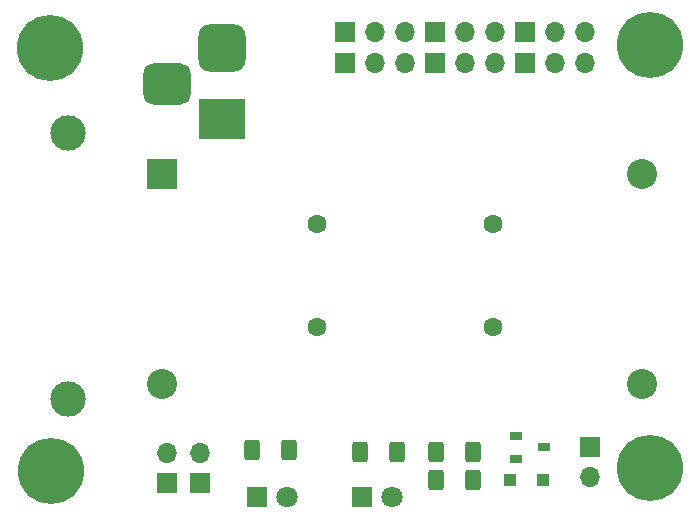
<source format=gts>
G04 #@! TF.GenerationSoftware,KiCad,Pcbnew,(6.0.5)*
G04 #@! TF.CreationDate,2022-08-01T18:55:39+01:00*
G04 #@! TF.ProjectId,LED-RPi-PCB,4c45442d-5250-4692-9d50-43422e6b6963,rev?*
G04 #@! TF.SameCoordinates,Original*
G04 #@! TF.FileFunction,Soldermask,Top*
G04 #@! TF.FilePolarity,Negative*
%FSLAX46Y46*%
G04 Gerber Fmt 4.6, Leading zero omitted, Abs format (unit mm)*
G04 Created by KiCad (PCBNEW (6.0.5)) date 2022-08-01 18:55:39*
%MOMM*%
%LPD*%
G01*
G04 APERTURE LIST*
G04 Aperture macros list*
%AMRoundRect*
0 Rectangle with rounded corners*
0 $1 Rounding radius*
0 $2 $3 $4 $5 $6 $7 $8 $9 X,Y pos of 4 corners*
0 Add a 4 corners polygon primitive as box body*
4,1,4,$2,$3,$4,$5,$6,$7,$8,$9,$2,$3,0*
0 Add four circle primitives for the rounded corners*
1,1,$1+$1,$2,$3*
1,1,$1+$1,$4,$5*
1,1,$1+$1,$6,$7*
1,1,$1+$1,$8,$9*
0 Add four rect primitives between the rounded corners*
20,1,$1+$1,$2,$3,$4,$5,0*
20,1,$1+$1,$4,$5,$6,$7,0*
20,1,$1+$1,$6,$7,$8,$9,0*
20,1,$1+$1,$8,$9,$2,$3,0*%
G04 Aperture macros list end*
%ADD10R,1.100000X1.100000*%
%ADD11R,1.800000X1.800000*%
%ADD12C,1.800000*%
%ADD13C,3.000000*%
%ADD14C,5.600000*%
%ADD15R,1.700000X1.700000*%
%ADD16O,1.700000X1.700000*%
%ADD17R,1.000000X0.700000*%
%ADD18RoundRect,0.250000X0.400000X0.625000X-0.400000X0.625000X-0.400000X-0.625000X0.400000X-0.625000X0*%
%ADD19RoundRect,0.250000X-0.400000X-0.625000X0.400000X-0.625000X0.400000X0.625000X-0.400000X0.625000X0*%
%ADD20R,4.000000X3.500000*%
%ADD21RoundRect,1.000000X-1.000000X1.000000X-1.000000X-1.000000X1.000000X-1.000000X1.000000X1.000000X0*%
%ADD22RoundRect,0.875000X-1.125000X0.875000X-1.125000X-0.875000X1.125000X-0.875000X1.125000X0.875000X0*%
%ADD23C,1.600000*%
%ADD24R,2.540000X2.540000*%
%ADD25C,2.540000*%
G04 APERTURE END LIST*
D10*
X118869000Y-123825000D03*
X121669000Y-123825000D03*
D11*
X106299000Y-125222000D03*
D12*
X108839000Y-125222000D03*
D11*
X97409000Y-125222000D03*
D12*
X99949000Y-125222000D03*
D13*
X81407000Y-116967000D03*
X81407000Y-94367000D03*
D14*
X130683000Y-86995000D03*
X79883000Y-87249000D03*
X130683000Y-122809000D03*
X80010000Y-123063000D03*
D15*
X125603000Y-121031000D03*
D16*
X125603000Y-123571000D03*
D15*
X112522000Y-88519000D03*
D16*
X115062000Y-88519000D03*
X117602000Y-88519000D03*
D15*
X104902000Y-88519000D03*
D16*
X107442000Y-88519000D03*
X109982000Y-88519000D03*
D15*
X112522000Y-85852000D03*
D16*
X115062000Y-85852000D03*
X117602000Y-85852000D03*
D15*
X120142000Y-85852000D03*
D16*
X122682000Y-85852000D03*
X125222000Y-85852000D03*
D15*
X120142000Y-88519000D03*
D16*
X122682000Y-88519000D03*
X125222000Y-88519000D03*
D15*
X92583000Y-124079000D03*
D16*
X92583000Y-121539000D03*
D15*
X89789000Y-124079000D03*
D16*
X89789000Y-121539000D03*
D17*
X119323000Y-120081000D03*
X119323000Y-121981000D03*
X121723000Y-121031000D03*
D18*
X115723000Y-121412000D03*
X112623000Y-121412000D03*
D19*
X112623000Y-123825000D03*
X115723000Y-123825000D03*
X106146000Y-121412000D03*
X109246000Y-121412000D03*
X97002000Y-121285000D03*
X100102000Y-121285000D03*
D20*
X94488000Y-93218000D03*
D21*
X94488000Y-87218000D03*
D22*
X89788000Y-90218000D03*
D23*
X102489000Y-110858000D03*
X102489000Y-102108000D03*
X117389000Y-110858000D03*
X117389000Y-102108000D03*
D15*
X104902000Y-85852000D03*
D16*
X107442000Y-85852000D03*
X109982000Y-85852000D03*
D24*
X89408000Y-97917000D03*
D25*
X89408000Y-115697000D03*
X130048000Y-115697000D03*
X130048000Y-97917000D03*
M02*

</source>
